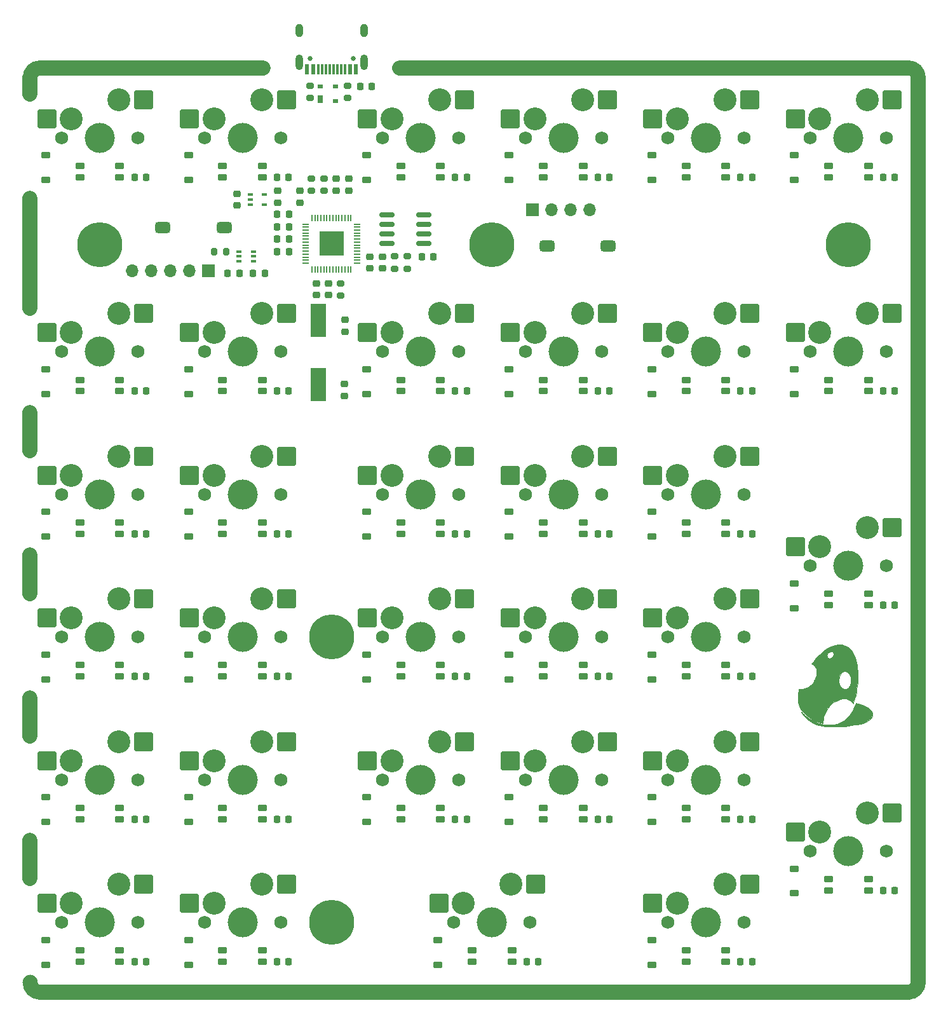
<source format=gbr>
%TF.GenerationSoftware,KiCad,Pcbnew,7.0.5-0*%
%TF.CreationDate,2023-08-05T14:47:29-05:00*%
%TF.ProjectId,Nifty Numpad,4e696674-7920-44e7-956d-7061642e6b69,rev?*%
%TF.SameCoordinates,Original*%
%TF.FileFunction,Soldermask,Bot*%
%TF.FilePolarity,Negative*%
%FSLAX46Y46*%
G04 Gerber Fmt 4.6, Leading zero omitted, Abs format (unit mm)*
G04 Created by KiCad (PCBNEW 7.0.5-0) date 2023-08-05 14:47:29*
%MOMM*%
%LPD*%
G01*
G04 APERTURE LIST*
G04 Aperture macros list*
%AMRoundRect*
0 Rectangle with rounded corners*
0 $1 Rounding radius*
0 $2 $3 $4 $5 $6 $7 $8 $9 X,Y pos of 4 corners*
0 Add a 4 corners polygon primitive as box body*
4,1,4,$2,$3,$4,$5,$6,$7,$8,$9,$2,$3,0*
0 Add four circle primitives for the rounded corners*
1,1,$1+$1,$2,$3*
1,1,$1+$1,$4,$5*
1,1,$1+$1,$6,$7*
1,1,$1+$1,$8,$9*
0 Add four rect primitives between the rounded corners*
20,1,$1+$1,$2,$3,$4,$5,0*
20,1,$1+$1,$4,$5,$6,$7,0*
20,1,$1+$1,$6,$7,$8,$9,0*
20,1,$1+$1,$8,$9,$2,$3,0*%
G04 Aperture macros list end*
%ADD10C,2.000000*%
%ADD11C,0.010000*%
%ADD12RoundRect,0.205000X-0.395000X-0.205000X0.395000X-0.205000X0.395000X0.205000X-0.395000X0.205000X0*%
%ADD13C,1.750000*%
%ADD14C,3.050000*%
%ADD15C,4.000000*%
%ADD16RoundRect,0.250000X-1.025000X-1.000000X1.025000X-1.000000X1.025000X1.000000X-1.025000X1.000000X0*%
%ADD17C,6.000000*%
%ADD18R,1.700000X1.700000*%
%ADD19O,1.700000X1.700000*%
%ADD20R,2.000000X4.500000*%
%ADD21RoundRect,0.225000X0.225000X0.250000X-0.225000X0.250000X-0.225000X-0.250000X0.225000X-0.250000X0*%
%ADD22RoundRect,0.225000X0.375000X-0.225000X0.375000X0.225000X-0.375000X0.225000X-0.375000X-0.225000X0*%
%ADD23C,0.650000*%
%ADD24R,0.600000X1.450000*%
%ADD25R,0.300000X1.450000*%
%ADD26O,1.000000X1.800000*%
%ADD27O,1.000000X2.100000*%
%ADD28RoundRect,0.200000X-0.275000X0.200000X-0.275000X-0.200000X0.275000X-0.200000X0.275000X0.200000X0*%
%ADD29RoundRect,0.225000X0.250000X-0.225000X0.250000X0.225000X-0.250000X0.225000X-0.250000X-0.225000X0*%
%ADD30RoundRect,0.225000X-0.225000X-0.250000X0.225000X-0.250000X0.225000X0.250000X-0.225000X0.250000X0*%
%ADD31RoundRect,0.225000X-0.250000X0.225000X-0.250000X-0.225000X0.250000X-0.225000X0.250000X0.225000X0*%
%ADD32R,0.650000X0.400000*%
%ADD33RoundRect,0.050000X0.387500X0.050000X-0.387500X0.050000X-0.387500X-0.050000X0.387500X-0.050000X0*%
%ADD34RoundRect,0.050000X0.050000X0.387500X-0.050000X0.387500X-0.050000X-0.387500X0.050000X-0.387500X0*%
%ADD35R,3.200000X3.200000*%
%ADD36RoundRect,0.375000X0.625000X0.375000X-0.625000X0.375000X-0.625000X-0.375000X0.625000X-0.375000X0*%
%ADD37RoundRect,0.150000X-0.825000X-0.150000X0.825000X-0.150000X0.825000X0.150000X-0.825000X0.150000X0*%
%ADD38RoundRect,0.200000X0.275000X-0.200000X0.275000X0.200000X-0.275000X0.200000X-0.275000X-0.200000X0*%
%ADD39RoundRect,0.375000X-0.625000X-0.375000X0.625000X-0.375000X0.625000X0.375000X-0.625000X0.375000X0*%
%ADD40R,0.700000X1.000000*%
%ADD41R,0.700000X0.600000*%
%ADD42RoundRect,0.200000X0.200000X0.275000X-0.200000X0.275000X-0.200000X-0.275000X0.200000X-0.275000X0*%
G04 APERTURE END LIST*
D10*
X154000000Y-197300000D02*
X269750000Y-197300000D01*
X152700000Y-75500000D02*
X152700000Y-77700000D01*
X152700000Y-177100000D02*
X152700000Y-182200000D01*
X269750000Y-197300000D02*
G75*
G03*
X271050000Y-196000000I0J1300000D01*
G01*
X152700000Y-120100000D02*
X152700000Y-125200000D01*
X154000000Y-74200000D02*
G75*
G03*
X152700000Y-75500000I0J-1300000D01*
G01*
X152700000Y-158100000D02*
X152700000Y-163200000D01*
X269750000Y-74200000D02*
X201970000Y-74200000D01*
X152700000Y-139100000D02*
X152700000Y-144200000D01*
X271050000Y-75500000D02*
G75*
G03*
X269750000Y-74200000I-1300000J0D01*
G01*
X152700000Y-91600000D02*
X152700000Y-106200000D01*
X152700000Y-196000000D02*
G75*
G03*
X154000000Y-197300000I1300000J0D01*
G01*
X271050000Y-196000000D02*
X271050000Y-75500000D01*
X183780000Y-74200000D02*
X154000000Y-74200000D01*
%TO.C,G\u002A\u002A\u002A*%
D11*
X262758994Y-158831296D02*
X262867254Y-158854735D01*
X263046035Y-158898779D01*
X263271510Y-158957708D01*
X263551971Y-159040950D01*
X264018282Y-159225398D01*
X264391243Y-159440792D01*
X264662155Y-159682599D01*
X264836748Y-159929556D01*
X264943523Y-160215131D01*
X264941574Y-160487601D01*
X264833036Y-160743876D01*
X264620042Y-160980866D01*
X264304726Y-161195481D01*
X263889222Y-161384633D01*
X263375664Y-161545232D01*
X263242144Y-161577088D01*
X262936826Y-161639720D01*
X262563764Y-161707385D01*
X262151232Y-161775503D01*
X261727504Y-161839492D01*
X261320854Y-161894769D01*
X260959556Y-161936754D01*
X260910122Y-161941412D01*
X260616240Y-161958462D01*
X260256001Y-161966570D01*
X259859256Y-161966282D01*
X259455855Y-161958141D01*
X259075649Y-161942690D01*
X258748488Y-161920473D01*
X258504223Y-161892035D01*
X258416592Y-161877222D01*
X257715844Y-161713935D01*
X257093099Y-161484956D01*
X256553543Y-161193028D01*
X256102360Y-160840896D01*
X255744735Y-160431304D01*
X255721718Y-160398673D01*
X255562400Y-160167050D01*
X255473426Y-160023130D01*
X255455658Y-159965702D01*
X255509961Y-159993559D01*
X255637195Y-160105491D01*
X255838225Y-160300290D01*
X255920583Y-160380199D01*
X256473235Y-160836718D01*
X257074073Y-161197066D01*
X257742223Y-161473024D01*
X257925239Y-161532107D01*
X258160038Y-161595733D01*
X258388211Y-161637150D01*
X258649588Y-161662994D01*
X258984000Y-161679901D01*
X259093204Y-161683608D01*
X259512751Y-161685080D01*
X259860186Y-161658224D01*
X260167065Y-161597258D01*
X260464945Y-161496400D01*
X260785382Y-161349869D01*
X261107091Y-161158924D01*
X261538375Y-160801271D01*
X261932937Y-160351079D01*
X262281771Y-159819083D01*
X262575870Y-159216018D01*
X262583931Y-159196613D01*
X262659375Y-159015465D01*
X262714465Y-158884016D01*
X262737765Y-158829559D01*
X262758994Y-158831296D01*
G36*
X262758994Y-158831296D02*
G01*
X262867254Y-158854735D01*
X263046035Y-158898779D01*
X263271510Y-158957708D01*
X263551971Y-159040950D01*
X264018282Y-159225398D01*
X264391243Y-159440792D01*
X264662155Y-159682599D01*
X264836748Y-159929556D01*
X264943523Y-160215131D01*
X264941574Y-160487601D01*
X264833036Y-160743876D01*
X264620042Y-160980866D01*
X264304726Y-161195481D01*
X263889222Y-161384633D01*
X263375664Y-161545232D01*
X263242144Y-161577088D01*
X262936826Y-161639720D01*
X262563764Y-161707385D01*
X262151232Y-161775503D01*
X261727504Y-161839492D01*
X261320854Y-161894769D01*
X260959556Y-161936754D01*
X260910122Y-161941412D01*
X260616240Y-161958462D01*
X260256001Y-161966570D01*
X259859256Y-161966282D01*
X259455855Y-161958141D01*
X259075649Y-161942690D01*
X258748488Y-161920473D01*
X258504223Y-161892035D01*
X258416592Y-161877222D01*
X257715844Y-161713935D01*
X257093099Y-161484956D01*
X256553543Y-161193028D01*
X256102360Y-160840896D01*
X255744735Y-160431304D01*
X255721718Y-160398673D01*
X255562400Y-160167050D01*
X255473426Y-160023130D01*
X255455658Y-159965702D01*
X255509961Y-159993559D01*
X255637195Y-160105491D01*
X255838225Y-160300290D01*
X255920583Y-160380199D01*
X256473235Y-160836718D01*
X257074073Y-161197066D01*
X257742223Y-161473024D01*
X257925239Y-161532107D01*
X258160038Y-161595733D01*
X258388211Y-161637150D01*
X258649588Y-161662994D01*
X258984000Y-161679901D01*
X259093204Y-161683608D01*
X259512751Y-161685080D01*
X259860186Y-161658224D01*
X260167065Y-161597258D01*
X260464945Y-161496400D01*
X260785382Y-161349869D01*
X261107091Y-161158924D01*
X261538375Y-160801271D01*
X261932937Y-160351079D01*
X262281771Y-159819083D01*
X262575870Y-159216018D01*
X262583931Y-159196613D01*
X262659375Y-159015465D01*
X262714465Y-158884016D01*
X262737765Y-158829559D01*
X262758994Y-158831296D01*
G37*
X262429847Y-152257217D02*
X262671099Y-152805757D01*
X262855546Y-153446001D01*
X262903785Y-153726235D01*
X262943549Y-154119650D01*
X262968519Y-154575021D01*
X262978218Y-155066036D01*
X262972167Y-155566386D01*
X262962222Y-155782146D01*
X262949887Y-156049760D01*
X262910900Y-156489848D01*
X262908836Y-156507468D01*
X262854534Y-156897198D01*
X262782170Y-157316106D01*
X262697807Y-157735914D01*
X262607505Y-158128340D01*
X262517327Y-158465104D01*
X262433333Y-158717925D01*
X262371575Y-158875629D01*
X262193021Y-158672267D01*
X262099430Y-158574966D01*
X261792622Y-158357997D01*
X261439396Y-158241790D01*
X261043741Y-158226679D01*
X260609650Y-158312997D01*
X260141111Y-158501077D01*
X259725934Y-158746137D01*
X259286382Y-159120734D01*
X258907075Y-159588158D01*
X258644240Y-160039948D01*
X258460765Y-160536364D01*
X258376382Y-161057889D01*
X258374381Y-161085789D01*
X258355442Y-161278958D01*
X258333258Y-161415404D01*
X258312221Y-161467111D01*
X258309235Y-161467076D01*
X258186667Y-161445844D01*
X257991673Y-161392443D01*
X257755021Y-161317159D01*
X257507478Y-161230276D01*
X257279810Y-161142077D01*
X257102784Y-161062847D01*
X256547398Y-160742026D01*
X256039699Y-160352971D01*
X255628062Y-159922337D01*
X255316978Y-159454875D01*
X255110936Y-158955333D01*
X255055218Y-158686070D01*
X255021162Y-158328180D01*
X255014276Y-157937797D01*
X255035171Y-157554950D01*
X255084458Y-157219667D01*
X255153782Y-156895111D01*
X255520164Y-156895111D01*
X255560138Y-156894577D01*
X255965613Y-156829115D01*
X256353677Y-156660502D01*
X256712060Y-156397546D01*
X257028493Y-156049057D01*
X257271756Y-155654575D01*
X260451354Y-155654575D01*
X260478870Y-156005116D01*
X260575357Y-156334388D01*
X260735453Y-156616233D01*
X260953792Y-156824497D01*
X261177243Y-156927412D01*
X261412778Y-156940719D01*
X261628701Y-156859534D01*
X261814558Y-156693471D01*
X261959897Y-156452143D01*
X262054264Y-156145164D01*
X262087205Y-155782146D01*
X262087117Y-155768859D01*
X262047921Y-155412851D01*
X261946698Y-155111375D01*
X261796421Y-154870723D01*
X261610066Y-154697189D01*
X261400607Y-154597065D01*
X261181019Y-154576647D01*
X260964277Y-154642225D01*
X260763355Y-154800094D01*
X260591228Y-155056547D01*
X260498174Y-155308920D01*
X260451354Y-155654575D01*
X257271756Y-155654575D01*
X257290706Y-155623845D01*
X257356056Y-155490373D01*
X257427661Y-155318958D01*
X257467432Y-155161167D01*
X257484556Y-154974854D01*
X257488223Y-154717878D01*
X257487394Y-154567959D01*
X257478829Y-154361446D01*
X257455348Y-154216224D01*
X257410115Y-154098924D01*
X257336296Y-153976179D01*
X257289730Y-153912458D01*
X257148761Y-153764750D01*
X257011740Y-153670189D01*
X256996877Y-153663504D01*
X256885083Y-153604853D01*
X256839454Y-153565221D01*
X256841073Y-153560983D01*
X256888984Y-153493485D01*
X256993421Y-153360203D01*
X257140918Y-153178054D01*
X257318014Y-152963953D01*
X257351511Y-152924045D01*
X257758501Y-152480461D01*
X258873237Y-152480461D01*
X258888450Y-152650355D01*
X258938845Y-152763378D01*
X259031388Y-152820307D01*
X259206089Y-152834121D01*
X259400225Y-152771727D01*
X259582311Y-152639200D01*
X259652346Y-152560023D01*
X259755718Y-152364402D01*
X259767537Y-152186039D01*
X259700449Y-152043339D01*
X259567101Y-151954705D01*
X259380137Y-151938541D01*
X259152204Y-152013251D01*
X259019981Y-152104249D01*
X258929229Y-152207096D01*
X258894084Y-152304375D01*
X258873237Y-152480461D01*
X257758501Y-152480461D01*
X257874212Y-152354346D01*
X258398151Y-151880662D01*
X258919108Y-151504890D01*
X259432863Y-151228926D01*
X259935198Y-151054663D01*
X260421892Y-150983999D01*
X260888727Y-151018828D01*
X261331482Y-151161046D01*
X261380120Y-151184101D01*
X261782872Y-151444162D01*
X262133276Y-151802610D01*
X262383413Y-152186039D01*
X262429847Y-152257217D01*
G36*
X262429847Y-152257217D02*
G01*
X262671099Y-152805757D01*
X262855546Y-153446001D01*
X262903785Y-153726235D01*
X262943549Y-154119650D01*
X262968519Y-154575021D01*
X262978218Y-155066036D01*
X262972167Y-155566386D01*
X262962222Y-155782146D01*
X262949887Y-156049760D01*
X262910900Y-156489848D01*
X262908836Y-156507468D01*
X262854534Y-156897198D01*
X262782170Y-157316106D01*
X262697807Y-157735914D01*
X262607505Y-158128340D01*
X262517327Y-158465104D01*
X262433333Y-158717925D01*
X262371575Y-158875629D01*
X262193021Y-158672267D01*
X262099430Y-158574966D01*
X261792622Y-158357997D01*
X261439396Y-158241790D01*
X261043741Y-158226679D01*
X260609650Y-158312997D01*
X260141111Y-158501077D01*
X259725934Y-158746137D01*
X259286382Y-159120734D01*
X258907075Y-159588158D01*
X258644240Y-160039948D01*
X258460765Y-160536364D01*
X258376382Y-161057889D01*
X258374381Y-161085789D01*
X258355442Y-161278958D01*
X258333258Y-161415404D01*
X258312221Y-161467111D01*
X258309235Y-161467076D01*
X258186667Y-161445844D01*
X257991673Y-161392443D01*
X257755021Y-161317159D01*
X257507478Y-161230276D01*
X257279810Y-161142077D01*
X257102784Y-161062847D01*
X256547398Y-160742026D01*
X256039699Y-160352971D01*
X255628062Y-159922337D01*
X255316978Y-159454875D01*
X255110936Y-158955333D01*
X255055218Y-158686070D01*
X255021162Y-158328180D01*
X255014276Y-157937797D01*
X255035171Y-157554950D01*
X255084458Y-157219667D01*
X255153782Y-156895111D01*
X255520164Y-156895111D01*
X255560138Y-156894577D01*
X255965613Y-156829115D01*
X256353677Y-156660502D01*
X256712060Y-156397546D01*
X257028493Y-156049057D01*
X257271756Y-155654575D01*
X260451354Y-155654575D01*
X260478870Y-156005116D01*
X260575357Y-156334388D01*
X260735453Y-156616233D01*
X260953792Y-156824497D01*
X261177243Y-156927412D01*
X261412778Y-156940719D01*
X261628701Y-156859534D01*
X261814558Y-156693471D01*
X261959897Y-156452143D01*
X262054264Y-156145164D01*
X262087205Y-155782146D01*
X262087117Y-155768859D01*
X262047921Y-155412851D01*
X261946698Y-155111375D01*
X261796421Y-154870723D01*
X261610066Y-154697189D01*
X261400607Y-154597065D01*
X261181019Y-154576647D01*
X260964277Y-154642225D01*
X260763355Y-154800094D01*
X260591228Y-155056547D01*
X260498174Y-155308920D01*
X260451354Y-155654575D01*
X257271756Y-155654575D01*
X257290706Y-155623845D01*
X257356056Y-155490373D01*
X257427661Y-155318958D01*
X257467432Y-155161167D01*
X257484556Y-154974854D01*
X257488223Y-154717878D01*
X257487394Y-154567959D01*
X257478829Y-154361446D01*
X257455348Y-154216224D01*
X257410115Y-154098924D01*
X257336296Y-153976179D01*
X257289730Y-153912458D01*
X257148761Y-153764750D01*
X257011740Y-153670189D01*
X256996877Y-153663504D01*
X256885083Y-153604853D01*
X256839454Y-153565221D01*
X256841073Y-153560983D01*
X256888984Y-153493485D01*
X256993421Y-153360203D01*
X257140918Y-153178054D01*
X257318014Y-152963953D01*
X257351511Y-152924045D01*
X257758501Y-152480461D01*
X258873237Y-152480461D01*
X258888450Y-152650355D01*
X258938845Y-152763378D01*
X259031388Y-152820307D01*
X259206089Y-152834121D01*
X259400225Y-152771727D01*
X259582311Y-152639200D01*
X259652346Y-152560023D01*
X259755718Y-152364402D01*
X259767537Y-152186039D01*
X259700449Y-152043339D01*
X259567101Y-151954705D01*
X259380137Y-151938541D01*
X259152204Y-152013251D01*
X259019981Y-152104249D01*
X258929229Y-152207096D01*
X258894084Y-152304375D01*
X258873237Y-152480461D01*
X257758501Y-152480461D01*
X257874212Y-152354346D01*
X258398151Y-151880662D01*
X258919108Y-151504890D01*
X259432863Y-151228926D01*
X259935198Y-151054663D01*
X260421892Y-150983999D01*
X260888727Y-151018828D01*
X261331482Y-151161046D01*
X261380120Y-151184101D01*
X261782872Y-151444162D01*
X262133276Y-151802610D01*
X262383413Y-152186039D01*
X262429847Y-152257217D01*
G37*
%TD*%
D12*
%TO.C,D229*%
X264400000Y-183750000D03*
X264400000Y-182250000D03*
X259100000Y-182250000D03*
X259100000Y-183750000D03*
%TD*%
%TO.C,D217*%
X245400000Y-136250000D03*
X245400000Y-134750000D03*
X240100000Y-134750000D03*
X240100000Y-136250000D03*
%TD*%
%TO.C,D220*%
X183650000Y-155250000D03*
X183650000Y-153750000D03*
X178350000Y-153750000D03*
X178350000Y-155250000D03*
%TD*%
%TO.C,D205*%
X245400000Y-88750000D03*
X245400000Y-87250000D03*
X240100000Y-87250000D03*
X240100000Y-88750000D03*
%TD*%
%TO.C,D215*%
X207400000Y-136250000D03*
X207400000Y-134750000D03*
X202100000Y-134750000D03*
X202100000Y-136250000D03*
%TD*%
%TO.C,D202*%
X183650000Y-88750000D03*
X183650000Y-87250000D03*
X178350000Y-87250000D03*
X178350000Y-88750000D03*
%TD*%
%TO.C,D201*%
X164650000Y-88750000D03*
X164650000Y-87250000D03*
X159350000Y-87250000D03*
X159350000Y-88750000D03*
%TD*%
%TO.C,D212*%
X264400000Y-117250000D03*
X264400000Y-115750000D03*
X259100000Y-115750000D03*
X259100000Y-117250000D03*
%TD*%
%TO.C,D226*%
X207400000Y-174250000D03*
X207400000Y-172750000D03*
X202100000Y-172750000D03*
X202100000Y-174250000D03*
%TD*%
%TO.C,D219*%
X164650000Y-155250000D03*
X164650000Y-153750000D03*
X159350000Y-153750000D03*
X159350000Y-155250000D03*
%TD*%
%TO.C,D204*%
X226400000Y-88750000D03*
X226400000Y-87250000D03*
X221100000Y-87250000D03*
X221100000Y-88750000D03*
%TD*%
%TO.C,D211*%
X245400000Y-117250000D03*
X245400000Y-115750000D03*
X240100000Y-115750000D03*
X240100000Y-117250000D03*
%TD*%
%TO.C,D206*%
X264400000Y-88750000D03*
X264400000Y-87250000D03*
X259100000Y-87250000D03*
X259100000Y-88750000D03*
%TD*%
%TO.C,D224*%
X164650000Y-174250000D03*
X164650000Y-172750000D03*
X159350000Y-172750000D03*
X159350000Y-174250000D03*
%TD*%
%TO.C,D232*%
X216900000Y-193250000D03*
X216900000Y-191750000D03*
X211600000Y-191750000D03*
X211600000Y-193250000D03*
%TD*%
%TO.C,D213*%
X164650000Y-136250000D03*
X164650000Y-134750000D03*
X159350000Y-134750000D03*
X159350000Y-136250000D03*
%TD*%
%TO.C,D233*%
X245400000Y-193250000D03*
X245400000Y-191750000D03*
X240100000Y-191750000D03*
X240100000Y-193250000D03*
%TD*%
%TO.C,D207*%
X164650000Y-117250000D03*
X164650000Y-115750000D03*
X159350000Y-115750000D03*
X159350000Y-117250000D03*
%TD*%
%TO.C,D231*%
X183650000Y-193250000D03*
X183650000Y-191750000D03*
X178350000Y-191750000D03*
X178350000Y-193250000D03*
%TD*%
%TO.C,D218*%
X264400000Y-145750000D03*
X264400000Y-144250000D03*
X259100000Y-144250000D03*
X259100000Y-145750000D03*
%TD*%
%TO.C,D222*%
X226400000Y-155250000D03*
X226400000Y-153750000D03*
X221100000Y-153750000D03*
X221100000Y-155250000D03*
%TD*%
%TO.C,D230*%
X164650000Y-193250000D03*
X164650000Y-191750000D03*
X159350000Y-191750000D03*
X159350000Y-193250000D03*
%TD*%
%TO.C,D221*%
X207400000Y-155250000D03*
X207400000Y-153750000D03*
X202100000Y-153750000D03*
X202100000Y-155250000D03*
%TD*%
%TO.C,D227*%
X226400000Y-174250000D03*
X226400000Y-172750000D03*
X221100000Y-172750000D03*
X221100000Y-174250000D03*
%TD*%
%TO.C,D209*%
X207400000Y-117250000D03*
X207400000Y-115750000D03*
X202100000Y-115750000D03*
X202100000Y-117250000D03*
%TD*%
%TO.C,D210*%
X226400000Y-117250000D03*
X226400000Y-115750000D03*
X221100000Y-115750000D03*
X221100000Y-117250000D03*
%TD*%
%TO.C,D228*%
X245400000Y-174250000D03*
X245400000Y-172750000D03*
X240100000Y-172750000D03*
X240100000Y-174250000D03*
%TD*%
%TO.C,D223*%
X245400000Y-155250000D03*
X245400000Y-153750000D03*
X240100000Y-153750000D03*
X240100000Y-155250000D03*
%TD*%
%TO.C,D216*%
X226400000Y-136250000D03*
X226400000Y-134750000D03*
X221100000Y-134750000D03*
X221100000Y-136250000D03*
%TD*%
%TO.C,D203*%
X207400000Y-88750000D03*
X207400000Y-87250000D03*
X202100000Y-87250000D03*
X202100000Y-88750000D03*
%TD*%
%TO.C,D214*%
X183650000Y-136250000D03*
X183650000Y-134750000D03*
X178350000Y-134750000D03*
X178350000Y-136250000D03*
%TD*%
%TO.C,D225*%
X183650000Y-174250000D03*
X183650000Y-172750000D03*
X178350000Y-172750000D03*
X178350000Y-174250000D03*
%TD*%
%TO.C,D208*%
X183650000Y-117250000D03*
X183650000Y-115750000D03*
X178350000Y-115750000D03*
X178350000Y-117250000D03*
%TD*%
D13*
%TO.C,SW314*%
X175920000Y-131000000D03*
D14*
X177190000Y-128460000D03*
D15*
X181000000Y-131000000D03*
D14*
X183540000Y-125920000D03*
D13*
X186080000Y-131000000D03*
D16*
X173915000Y-128460000D03*
X186842000Y-125920000D03*
%TD*%
D17*
%TO.C,H105*%
X192875000Y-188000000D03*
%TD*%
D13*
%TO.C,SW313*%
X156920000Y-131000000D03*
D14*
X158190000Y-128460000D03*
D15*
X162000000Y-131000000D03*
D14*
X164540000Y-125920000D03*
D13*
X167080000Y-131000000D03*
D16*
X154915000Y-128460000D03*
X167842000Y-125920000D03*
%TD*%
D13*
%TO.C,SW318*%
X256670000Y-140500000D03*
D14*
X257940000Y-137960000D03*
D15*
X261750000Y-140500000D03*
D14*
X264290000Y-135420000D03*
D13*
X266830000Y-140500000D03*
D16*
X254665000Y-137960000D03*
X267592000Y-135420000D03*
%TD*%
D13*
%TO.C,SW310*%
X218670000Y-112000000D03*
D14*
X219940000Y-109460000D03*
D15*
X223750000Y-112000000D03*
D14*
X226290000Y-106920000D03*
D13*
X228830000Y-112000000D03*
D16*
X216665000Y-109460000D03*
X229592000Y-106920000D03*
%TD*%
D13*
%TO.C,SW308*%
X175920000Y-112000000D03*
D14*
X177190000Y-109460000D03*
D15*
X181000000Y-112000000D03*
D14*
X183540000Y-106920000D03*
D13*
X186080000Y-112000000D03*
D16*
X173915000Y-109460000D03*
X186842000Y-106920000D03*
%TD*%
D13*
%TO.C,SW304*%
X218670000Y-83500000D03*
D14*
X219940000Y-80960000D03*
D15*
X223750000Y-83500000D03*
D14*
X226290000Y-78420000D03*
D13*
X228830000Y-83500000D03*
D16*
X216665000Y-80960000D03*
X229592000Y-78420000D03*
%TD*%
D13*
%TO.C,SW307*%
X156920000Y-112000000D03*
D14*
X158190000Y-109460000D03*
D15*
X162000000Y-112000000D03*
D14*
X164540000Y-106920000D03*
D13*
X167080000Y-112000000D03*
D16*
X154915000Y-109460000D03*
X167842000Y-106920000D03*
%TD*%
D13*
%TO.C,SW305*%
X237670000Y-83500000D03*
D14*
X238940000Y-80960000D03*
D15*
X242750000Y-83500000D03*
D14*
X245290000Y-78420000D03*
D13*
X247830000Y-83500000D03*
D16*
X235665000Y-80960000D03*
X248592000Y-78420000D03*
%TD*%
D13*
%TO.C,SW333*%
X237670000Y-188000000D03*
D14*
X238940000Y-185460000D03*
D15*
X242750000Y-188000000D03*
D14*
X245290000Y-182920000D03*
D13*
X247830000Y-188000000D03*
D16*
X235665000Y-185460000D03*
X248592000Y-182920000D03*
%TD*%
D13*
%TO.C,SW332*%
X209170000Y-188000000D03*
D14*
X210440000Y-185460000D03*
D15*
X214250000Y-188000000D03*
D14*
X216790000Y-182920000D03*
D13*
X219330000Y-188000000D03*
D16*
X207165000Y-185460000D03*
X220092000Y-182920000D03*
%TD*%
D13*
%TO.C,SW330*%
X156920000Y-188000000D03*
D14*
X158190000Y-185460000D03*
D15*
X162000000Y-188000000D03*
D14*
X164540000Y-182920000D03*
D13*
X167080000Y-188000000D03*
D16*
X154915000Y-185460000D03*
X167842000Y-182920000D03*
%TD*%
D13*
%TO.C,SW325*%
X175920000Y-169000000D03*
D14*
X177190000Y-166460000D03*
D15*
X181000000Y-169000000D03*
D14*
X183540000Y-163920000D03*
D13*
X186080000Y-169000000D03*
D16*
X173915000Y-166460000D03*
X186842000Y-163920000D03*
%TD*%
D18*
%TO.C,J101*%
X176490000Y-101250000D03*
D19*
X173950000Y-101250000D03*
X171410000Y-101250000D03*
X168870000Y-101250000D03*
X166330000Y-101250000D03*
%TD*%
D13*
%TO.C,SW312*%
X256670000Y-112000000D03*
D14*
X257940000Y-109460000D03*
D15*
X261750000Y-112000000D03*
D14*
X264290000Y-106920000D03*
D13*
X266830000Y-112000000D03*
D16*
X254665000Y-109460000D03*
X267592000Y-106920000D03*
%TD*%
D17*
%TO.C,H102*%
X214250000Y-97750000D03*
%TD*%
D13*
%TO.C,SW320*%
X175920000Y-150000000D03*
D14*
X177190000Y-147460000D03*
D15*
X181000000Y-150000000D03*
D14*
X183540000Y-144920000D03*
D13*
X186080000Y-150000000D03*
D16*
X173915000Y-147460000D03*
X186842000Y-144920000D03*
%TD*%
D13*
%TO.C,SW323*%
X237670000Y-150000000D03*
D14*
X238940000Y-147460000D03*
D15*
X242750000Y-150000000D03*
D14*
X245290000Y-144920000D03*
D13*
X247830000Y-150000000D03*
D16*
X235665000Y-147460000D03*
X248592000Y-144920000D03*
%TD*%
D13*
%TO.C,SW315*%
X199670000Y-131000000D03*
D14*
X200940000Y-128460000D03*
D15*
X204750000Y-131000000D03*
D14*
X207290000Y-125920000D03*
D13*
X209830000Y-131000000D03*
D16*
X197665000Y-128460000D03*
X210592000Y-125920000D03*
%TD*%
D13*
%TO.C,SW303*%
X199670000Y-83500000D03*
D14*
X200940000Y-80960000D03*
D15*
X204750000Y-83500000D03*
D14*
X207290000Y-78420000D03*
D13*
X209830000Y-83500000D03*
D16*
X197665000Y-80960000D03*
X210592000Y-78420000D03*
%TD*%
D17*
%TO.C,H101*%
X162000000Y-97750000D03*
%TD*%
%TO.C,H103*%
X261750000Y-97750000D03*
%TD*%
D13*
%TO.C,SW324*%
X156920000Y-169000000D03*
D14*
X158190000Y-166460000D03*
D15*
X162000000Y-169000000D03*
D14*
X164540000Y-163920000D03*
D13*
X167080000Y-169000000D03*
D16*
X154915000Y-166460000D03*
X167842000Y-163920000D03*
%TD*%
D18*
%TO.C,J103*%
X219600000Y-93100000D03*
D19*
X222140000Y-93100000D03*
X224680000Y-93100000D03*
X227220000Y-93100000D03*
%TD*%
D13*
%TO.C,SW302*%
X175920000Y-83500000D03*
D14*
X177190000Y-80960000D03*
D15*
X181000000Y-83500000D03*
D14*
X183540000Y-78420000D03*
D13*
X186080000Y-83500000D03*
D16*
X173915000Y-80960000D03*
X186842000Y-78420000D03*
%TD*%
D13*
%TO.C,SW321*%
X199670000Y-150000000D03*
D14*
X200940000Y-147460000D03*
D15*
X204750000Y-150000000D03*
D14*
X207290000Y-144920000D03*
D13*
X209830000Y-150000000D03*
D16*
X197665000Y-147460000D03*
X210592000Y-144920000D03*
%TD*%
D13*
%TO.C,SW309*%
X199670000Y-112000000D03*
D14*
X200940000Y-109460000D03*
D15*
X204750000Y-112000000D03*
D14*
X207290000Y-106920000D03*
D13*
X209830000Y-112000000D03*
D16*
X197665000Y-109460000D03*
X210592000Y-106920000D03*
%TD*%
D13*
%TO.C,SW322*%
X218670000Y-150000000D03*
D14*
X219940000Y-147460000D03*
D15*
X223750000Y-150000000D03*
D14*
X226290000Y-144920000D03*
D13*
X228830000Y-150000000D03*
D16*
X216665000Y-147460000D03*
X229592000Y-144920000D03*
%TD*%
D17*
%TO.C,H104*%
X192875000Y-150000000D03*
%TD*%
D13*
%TO.C,SW331*%
X175920000Y-188000000D03*
D14*
X177190000Y-185460000D03*
D15*
X181000000Y-188000000D03*
D14*
X183540000Y-182920000D03*
D13*
X186080000Y-188000000D03*
D16*
X173915000Y-185460000D03*
X186842000Y-182920000D03*
%TD*%
D13*
%TO.C,SW316*%
X218670000Y-131000000D03*
D14*
X219940000Y-128460000D03*
D15*
X223750000Y-131000000D03*
D14*
X226290000Y-125920000D03*
D13*
X228830000Y-131000000D03*
D16*
X216665000Y-128460000D03*
X229592000Y-125920000D03*
%TD*%
D13*
%TO.C,SW328*%
X237670000Y-169000000D03*
D14*
X238940000Y-166460000D03*
D15*
X242750000Y-169000000D03*
D14*
X245290000Y-163920000D03*
D13*
X247830000Y-169000000D03*
D16*
X235665000Y-166460000D03*
X248592000Y-163920000D03*
%TD*%
D13*
%TO.C,SW306*%
X256670000Y-83500000D03*
D14*
X257940000Y-80960000D03*
D15*
X261750000Y-83500000D03*
D14*
X264290000Y-78420000D03*
D13*
X266830000Y-83500000D03*
D16*
X254665000Y-80960000D03*
X267592000Y-78420000D03*
%TD*%
D13*
%TO.C,SW317*%
X237670000Y-131000000D03*
D14*
X238940000Y-128460000D03*
D15*
X242750000Y-131000000D03*
D14*
X245290000Y-125920000D03*
D13*
X247830000Y-131000000D03*
D16*
X235665000Y-128460000D03*
X248592000Y-125920000D03*
%TD*%
D13*
%TO.C,SW319*%
X156920000Y-150000000D03*
D14*
X158190000Y-147460000D03*
D15*
X162000000Y-150000000D03*
D14*
X164540000Y-144920000D03*
D13*
X167080000Y-150000000D03*
D16*
X154915000Y-147460000D03*
X167842000Y-144920000D03*
%TD*%
D13*
%TO.C,SW329*%
X256670000Y-178500000D03*
D14*
X257940000Y-175960000D03*
D15*
X261750000Y-178500000D03*
D14*
X264290000Y-173420000D03*
D13*
X266830000Y-178500000D03*
D16*
X254665000Y-175960000D03*
X267592000Y-173420000D03*
%TD*%
D13*
%TO.C,SW301*%
X156920000Y-83500000D03*
D14*
X158190000Y-80960000D03*
D15*
X162000000Y-83500000D03*
D14*
X164540000Y-78420000D03*
D13*
X167080000Y-83500000D03*
D16*
X154915000Y-80960000D03*
X167842000Y-78420000D03*
%TD*%
D13*
%TO.C,SW311*%
X237670000Y-112000000D03*
D14*
X238940000Y-109460000D03*
D15*
X242750000Y-112000000D03*
D14*
X245290000Y-106920000D03*
D13*
X247830000Y-112000000D03*
D16*
X235665000Y-109460000D03*
X248592000Y-106920000D03*
%TD*%
D13*
%TO.C,SW326*%
X199670000Y-169000000D03*
D14*
X200940000Y-166460000D03*
D15*
X204750000Y-169000000D03*
D14*
X207290000Y-163920000D03*
D13*
X209830000Y-169000000D03*
D16*
X197665000Y-166460000D03*
X210592000Y-163920000D03*
%TD*%
D13*
%TO.C,SW327*%
X218670000Y-169000000D03*
D14*
X219940000Y-166460000D03*
D15*
X223750000Y-169000000D03*
D14*
X226290000Y-163920000D03*
D13*
X228830000Y-169000000D03*
D16*
X216665000Y-166460000D03*
X229592000Y-163920000D03*
%TD*%
D20*
%TO.C,Y101*%
X191100000Y-116350000D03*
X191100000Y-107850000D03*
%TD*%
D21*
%TO.C,C108*%
X187175000Y-93700000D03*
X185625000Y-93700000D03*
%TD*%
%TO.C,C106*%
X187175000Y-97000000D03*
X185625000Y-97000000D03*
%TD*%
D22*
%TO.C,D319*%
X154800000Y-155650000D03*
X154800000Y-152350000D03*
%TD*%
D23*
%TO.C,J102*%
X189985000Y-72930000D03*
X195765000Y-72930000D03*
D24*
X189625000Y-74345000D03*
X190425000Y-74345000D03*
D25*
X191625000Y-74345000D03*
X192625000Y-74345000D03*
X193125000Y-74345000D03*
X194125000Y-74345000D03*
D24*
X195325000Y-74345000D03*
X196125000Y-74345000D03*
X196125000Y-74345000D03*
X195325000Y-74345000D03*
D25*
X194625000Y-74345000D03*
X193625000Y-74345000D03*
X192125000Y-74345000D03*
X191125000Y-74345000D03*
D24*
X190425000Y-74345000D03*
X189625000Y-74345000D03*
D26*
X188555000Y-69250000D03*
D27*
X188555000Y-73430000D03*
D26*
X197195000Y-69250000D03*
D27*
X197195000Y-73430000D03*
%TD*%
D28*
%TO.C,R106*%
X190200000Y-88925000D03*
X190200000Y-90575000D03*
%TD*%
D29*
%TO.C,C115*%
X188650000Y-92125000D03*
X188650000Y-90575000D03*
%TD*%
D30*
%TO.C,C233*%
X247350000Y-193250000D03*
X248900000Y-193250000D03*
%TD*%
%TO.C,C208*%
X185600000Y-117250000D03*
X187150000Y-117250000D03*
%TD*%
%TO.C,C229*%
X266350000Y-183750000D03*
X267900000Y-183750000D03*
%TD*%
%TO.C,C222*%
X228350000Y-155250000D03*
X229900000Y-155250000D03*
%TD*%
D22*
%TO.C,D321*%
X197550000Y-155650000D03*
X197550000Y-152350000D03*
%TD*%
D30*
%TO.C,C224*%
X166600000Y-174250000D03*
X168150000Y-174250000D03*
%TD*%
D29*
%TO.C,C107*%
X193500000Y-90525000D03*
X193500000Y-88975000D03*
%TD*%
D30*
%TO.C,C209*%
X209350000Y-117250000D03*
X210900000Y-117250000D03*
%TD*%
D22*
%TO.C,D302*%
X173800000Y-89150000D03*
X173800000Y-85850000D03*
%TD*%
D28*
%TO.C,R101*%
X195000000Y-76550000D03*
X195000000Y-78200000D03*
%TD*%
D31*
%TO.C,C111*%
X199650000Y-99325000D03*
X199650000Y-100875000D03*
%TD*%
D22*
%TO.C,D323*%
X235550000Y-155650000D03*
X235550000Y-152350000D03*
%TD*%
%TO.C,D316*%
X216550000Y-136650000D03*
X216550000Y-133350000D03*
%TD*%
%TO.C,D326*%
X197550000Y-174650000D03*
X197550000Y-171350000D03*
%TD*%
%TO.C,D332*%
X207050000Y-193650000D03*
X207050000Y-190350000D03*
%TD*%
D30*
%TO.C,C113*%
X182425000Y-101600000D03*
X183975000Y-101600000D03*
%TD*%
D32*
%TO.C,U101*%
X182050000Y-92400000D03*
X182050000Y-91750000D03*
X182050000Y-91100000D03*
X183950000Y-91100000D03*
X183950000Y-92400000D03*
%TD*%
%TO.C,U103*%
X180550000Y-99950000D03*
X180550000Y-99300000D03*
X180550000Y-98650000D03*
X182450000Y-98650000D03*
X182450000Y-99300000D03*
X182450000Y-99950000D03*
%TD*%
D22*
%TO.C,D308*%
X173800000Y-117650000D03*
X173800000Y-114350000D03*
%TD*%
%TO.C,D314*%
X173800000Y-136650000D03*
X173800000Y-133350000D03*
%TD*%
%TO.C,D317*%
X235550000Y-136650000D03*
X235550000Y-133350000D03*
%TD*%
D30*
%TO.C,C228*%
X247350000Y-174250000D03*
X248900000Y-174250000D03*
%TD*%
D29*
%TO.C,C103*%
X185700000Y-92125000D03*
X185700000Y-90575000D03*
%TD*%
D21*
%TO.C,C116*%
X187175000Y-95350000D03*
X185625000Y-95350000D03*
%TD*%
D30*
%TO.C,C225*%
X185600000Y-174250000D03*
X187150000Y-174250000D03*
%TD*%
D31*
%TO.C,C110*%
X192500000Y-102925000D03*
X192500000Y-104475000D03*
%TD*%
D30*
%TO.C,C212*%
X266350000Y-117250000D03*
X267900000Y-117250000D03*
%TD*%
%TO.C,C101*%
X196700000Y-76625000D03*
X198250000Y-76625000D03*
%TD*%
%TO.C,C203*%
X209350000Y-88750000D03*
X210900000Y-88750000D03*
%TD*%
D29*
%TO.C,C105*%
X195150000Y-90525000D03*
X195150000Y-88975000D03*
%TD*%
D22*
%TO.C,D305*%
X235550000Y-89150000D03*
X235550000Y-85850000D03*
%TD*%
D33*
%TO.C,U104*%
X196287500Y-95000000D03*
X196287500Y-95400000D03*
X196287500Y-95800000D03*
X196287500Y-96200000D03*
X196287500Y-96600000D03*
X196287500Y-97000000D03*
X196287500Y-97400000D03*
X196287500Y-97800000D03*
X196287500Y-98200000D03*
X196287500Y-98600000D03*
X196287500Y-99000000D03*
X196287500Y-99400000D03*
X196287500Y-99800000D03*
X196287500Y-100200000D03*
D34*
X195450000Y-101037500D03*
X195050000Y-101037500D03*
X194650000Y-101037500D03*
X194250000Y-101037500D03*
X193850000Y-101037500D03*
X193450000Y-101037500D03*
X193050000Y-101037500D03*
X192650000Y-101037500D03*
X192250000Y-101037500D03*
X191850000Y-101037500D03*
X191450000Y-101037500D03*
X191050000Y-101037500D03*
X190650000Y-101037500D03*
X190250000Y-101037500D03*
D33*
X189412500Y-100200000D03*
X189412500Y-99800000D03*
X189412500Y-99400000D03*
X189412500Y-99000000D03*
X189412500Y-98600000D03*
X189412500Y-98200000D03*
X189412500Y-97800000D03*
X189412500Y-97400000D03*
X189412500Y-97000000D03*
X189412500Y-96600000D03*
X189412500Y-96200000D03*
X189412500Y-95800000D03*
X189412500Y-95400000D03*
X189412500Y-95000000D03*
D34*
X190250000Y-94162500D03*
X190650000Y-94162500D03*
X191050000Y-94162500D03*
X191450000Y-94162500D03*
X191850000Y-94162500D03*
X192250000Y-94162500D03*
X192650000Y-94162500D03*
X193050000Y-94162500D03*
X193450000Y-94162500D03*
X193850000Y-94162500D03*
X194250000Y-94162500D03*
X194650000Y-94162500D03*
X195050000Y-94162500D03*
X195450000Y-94162500D03*
D35*
X192850000Y-97600000D03*
%TD*%
D30*
%TO.C,C205*%
X247350000Y-88750000D03*
X248900000Y-88750000D03*
%TD*%
D22*
%TO.C,D331*%
X173800000Y-193650000D03*
X173800000Y-190350000D03*
%TD*%
D21*
%TO.C,C117*%
X206425000Y-99350000D03*
X204875000Y-99350000D03*
%TD*%
D31*
%TO.C,C112*%
X198000000Y-99325000D03*
X198000000Y-100875000D03*
%TD*%
D22*
%TO.C,D312*%
X254550000Y-117650000D03*
X254550000Y-114350000D03*
%TD*%
%TO.C,D306*%
X254550000Y-89150000D03*
X254550000Y-85850000D03*
%TD*%
D21*
%TO.C,C114*%
X180575000Y-101600000D03*
X179025000Y-101600000D03*
%TD*%
D22*
%TO.C,D303*%
X197550000Y-89150000D03*
X197550000Y-85850000D03*
%TD*%
D30*
%TO.C,C219*%
X166600000Y-155250000D03*
X168150000Y-155250000D03*
%TD*%
D22*
%TO.C,D309*%
X197550000Y-117650000D03*
X197550000Y-114350000D03*
%TD*%
%TO.C,D313*%
X154800000Y-136650000D03*
X154800000Y-133350000D03*
%TD*%
D30*
%TO.C,C231*%
X185600000Y-193250000D03*
X187150000Y-193250000D03*
%TD*%
%TO.C,C223*%
X247350000Y-155250000D03*
X248900000Y-155250000D03*
%TD*%
D22*
%TO.C,D311*%
X235550000Y-117650000D03*
X235550000Y-114350000D03*
%TD*%
%TO.C,D333*%
X235550000Y-193650000D03*
X235550000Y-190350000D03*
%TD*%
D36*
%TO.C,SW101*%
X229750000Y-97900100D03*
X221550000Y-97900100D03*
%TD*%
D22*
%TO.C,D318*%
X254550000Y-146150000D03*
X254550000Y-142850000D03*
%TD*%
D30*
%TO.C,C230*%
X166600000Y-193250000D03*
X168150000Y-193250000D03*
%TD*%
D31*
%TO.C,C104*%
X190850000Y-102925000D03*
X190850000Y-104475000D03*
%TD*%
D30*
%TO.C,C201*%
X166600000Y-88750000D03*
X168150000Y-88750000D03*
%TD*%
D22*
%TO.C,D304*%
X216550000Y-89150000D03*
X216550000Y-85850000D03*
%TD*%
%TO.C,D301*%
X154800000Y-89150000D03*
X154800000Y-85850000D03*
%TD*%
D30*
%TO.C,C207*%
X166600000Y-117250000D03*
X168150000Y-117250000D03*
%TD*%
D37*
%TO.C,U105*%
X200225000Y-97555000D03*
X200225000Y-96285000D03*
X200225000Y-95015000D03*
X200225000Y-93745000D03*
X205175000Y-93745000D03*
X205175000Y-95015000D03*
X205175000Y-96285000D03*
X205175000Y-97555000D03*
%TD*%
D30*
%TO.C,C214*%
X185600000Y-136250000D03*
X187150000Y-136250000D03*
%TD*%
%TO.C,C204*%
X228350000Y-88750000D03*
X229900000Y-88750000D03*
%TD*%
%TO.C,C221*%
X209350000Y-155250000D03*
X210900000Y-155250000D03*
%TD*%
D22*
%TO.C,D325*%
X173800000Y-174650000D03*
X173800000Y-171350000D03*
%TD*%
D30*
%TO.C,C217*%
X247350000Y-136250000D03*
X248900000Y-136250000D03*
%TD*%
D22*
%TO.C,D328*%
X235550000Y-174650000D03*
X235550000Y-171350000D03*
%TD*%
D30*
%TO.C,C211*%
X247350000Y-117250000D03*
X248900000Y-117250000D03*
%TD*%
%TO.C,C210*%
X228350000Y-117250000D03*
X229900000Y-117250000D03*
%TD*%
%TO.C,C226*%
X209350000Y-174250000D03*
X210900000Y-174250000D03*
%TD*%
D28*
%TO.C,R102*%
X189975000Y-76550000D03*
X189975000Y-78200000D03*
%TD*%
D22*
%TO.C,D329*%
X254550000Y-184150000D03*
X254550000Y-180850000D03*
%TD*%
D30*
%TO.C,C215*%
X209350000Y-136250000D03*
X210900000Y-136250000D03*
%TD*%
D38*
%TO.C,R103*%
X202950000Y-100925000D03*
X202950000Y-99275000D03*
%TD*%
D22*
%TO.C,D327*%
X216550000Y-174650000D03*
X216550000Y-171350000D03*
%TD*%
%TO.C,D315*%
X197550000Y-136650000D03*
X197550000Y-133350000D03*
%TD*%
D30*
%TO.C,C227*%
X228350000Y-174250000D03*
X229900000Y-174250000D03*
%TD*%
D38*
%TO.C,R108*%
X194100000Y-104525000D03*
X194100000Y-102875000D03*
%TD*%
D22*
%TO.C,D310*%
X216550000Y-117650000D03*
X216550000Y-114350000D03*
%TD*%
%TO.C,D330*%
X154800000Y-193650000D03*
X154800000Y-190350000D03*
%TD*%
D39*
%TO.C,SW102*%
X170350000Y-95449900D03*
X178550000Y-95449900D03*
%TD*%
D29*
%TO.C,C102*%
X180300000Y-92525000D03*
X180300000Y-90975000D03*
%TD*%
D30*
%TO.C,C220*%
X185600000Y-155250000D03*
X187150000Y-155250000D03*
%TD*%
%TO.C,C213*%
X166600000Y-136250000D03*
X168150000Y-136250000D03*
%TD*%
D40*
%TO.C,U102*%
X191400000Y-78400000D03*
D41*
X191400000Y-76700000D03*
X193400000Y-76700000D03*
X193400000Y-78600000D03*
%TD*%
D30*
%TO.C,C218*%
X266350000Y-145750000D03*
X267900000Y-145750000D03*
%TD*%
D22*
%TO.C,D324*%
X154800000Y-174650000D03*
X154800000Y-171350000D03*
%TD*%
D31*
%TO.C,C119*%
X194650000Y-107775000D03*
X194650000Y-109325000D03*
%TD*%
D22*
%TO.C,D307*%
X154800000Y-117650000D03*
X154800000Y-114350000D03*
%TD*%
%TO.C,D322*%
X216550000Y-155650000D03*
X216550000Y-152350000D03*
%TD*%
D38*
%TO.C,R107*%
X201300000Y-100925000D03*
X201300000Y-99275000D03*
%TD*%
D42*
%TO.C,R104*%
X178850000Y-98650000D03*
X177200000Y-98650000D03*
%TD*%
D30*
%TO.C,C216*%
X228350000Y-136250000D03*
X229900000Y-136250000D03*
%TD*%
%TO.C,C202*%
X185600000Y-88750000D03*
X187150000Y-88750000D03*
%TD*%
%TO.C,C206*%
X266350000Y-88750000D03*
X267900000Y-88750000D03*
%TD*%
D28*
%TO.C,R105*%
X191850000Y-88925000D03*
X191850000Y-90575000D03*
%TD*%
D22*
%TO.C,D320*%
X173800000Y-155650000D03*
X173800000Y-152350000D03*
%TD*%
D31*
%TO.C,C118*%
X194600000Y-116325000D03*
X194600000Y-117875000D03*
%TD*%
D21*
%TO.C,C109*%
X187175000Y-98700000D03*
X185625000Y-98700000D03*
%TD*%
D30*
%TO.C,C232*%
X218850000Y-193250000D03*
X220400000Y-193250000D03*
%TD*%
M02*

</source>
